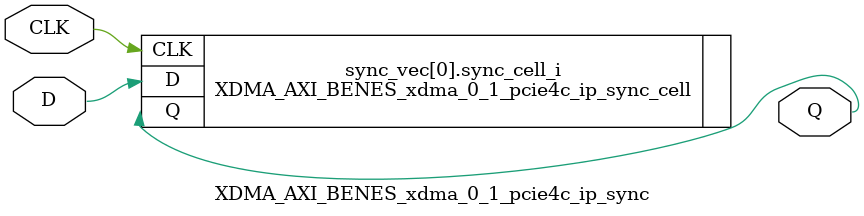
<source format=v>

`timescale 1ps / 1ps

(* DowngradeIPIdentifiedWarnings = "yes" *)
module XDMA_AXI_BENES_xdma_0_1_pcie4c_ip_sync #
(
    parameter integer WIDTH = 1, 
    parameter integer STAGE = 3
)
(
    //-------------------------------------------------------------------------- 
    //  Input Ports
    //-------------------------------------------------------------------------- 
    input                               CLK,
    input       [WIDTH-1:0]             D,
    
    //-------------------------------------------------------------------------- 
    //  Output Ports
    //-------------------------------------------------------------------------- 
    output      [WIDTH-1:0]             Q
);                                                        



//--------------------------------------------------------------------------------------------------
//  Generate Synchronizer - Begin
//--------------------------------------------------------------------------------------------------
genvar i;

generate for (i=0; i<WIDTH; i=i+1) 

    begin : sync_vec

    //----------------------------------------------------------------------
    //  Synchronizer
    //----------------------------------------------------------------------
    XDMA_AXI_BENES_xdma_0_1_pcie4c_ip_sync_cell #
    (
        .STAGE                          (STAGE)
    )    
    sync_cell_i
    (
        //------------------------------------------------------------------
        //  Input Ports
        //------------------------------------------------------------------
        .CLK                            (CLK),
        .D                              (D[i]),

        //------------------------------------------------------------------
        //  Output Ports
        //------------------------------------------------------------------
        .Q                              (Q[i])
    );
 
    end   
      
endgenerate 
//--------------------------------------------------------------------------------------------------
//  Generate - End
//--------------------------------------------------------------------------------------------------



endmodule

</source>
